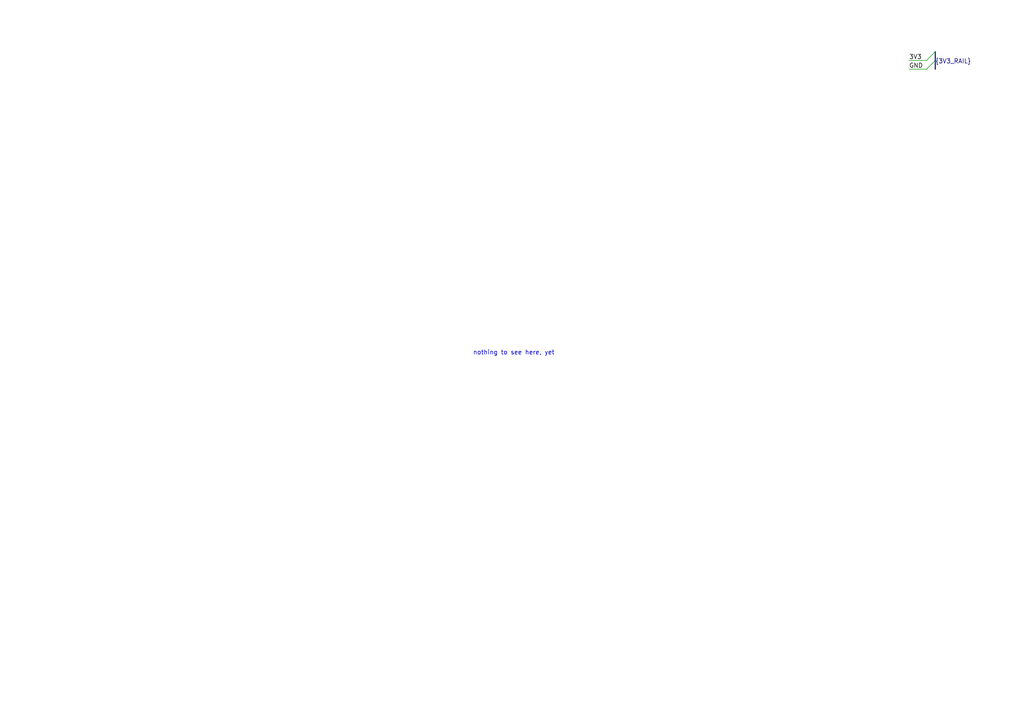
<source format=kicad_sch>
(kicad_sch (version 20230121) (generator eeschema)
  (paper "A4")
  (lib_symbols)
  (bus_entry (at 271.272 14.986) (size -2.54 2.54))
  (bus_entry (at 271.272 17.526) (size -2.54 2.54))
  (wire (pts (xy 263.652 17.526) (xy 268.732 17.526)))
  (wire (pts (xy 263.652 20.066) (xy 268.732 20.066)))
  (bus (pts (xy 271.272 14.986) (xy 271.272 17.526)))
  (bus (pts (xy 271.272 17.526) (xy 271.272 20.066)))
  (text "nothing to see here, yet" (at 137.16 103.124 0) (effects (font (size 1.27 1.27)) (justify left bottom)))
  (label "GND" (at 263.652 20.066 0))
  (label "{3V3_RAIL}" (at 271.272 18.796 0))
  (label "3V3" (at 263.652 17.526 0))
)
</source>
